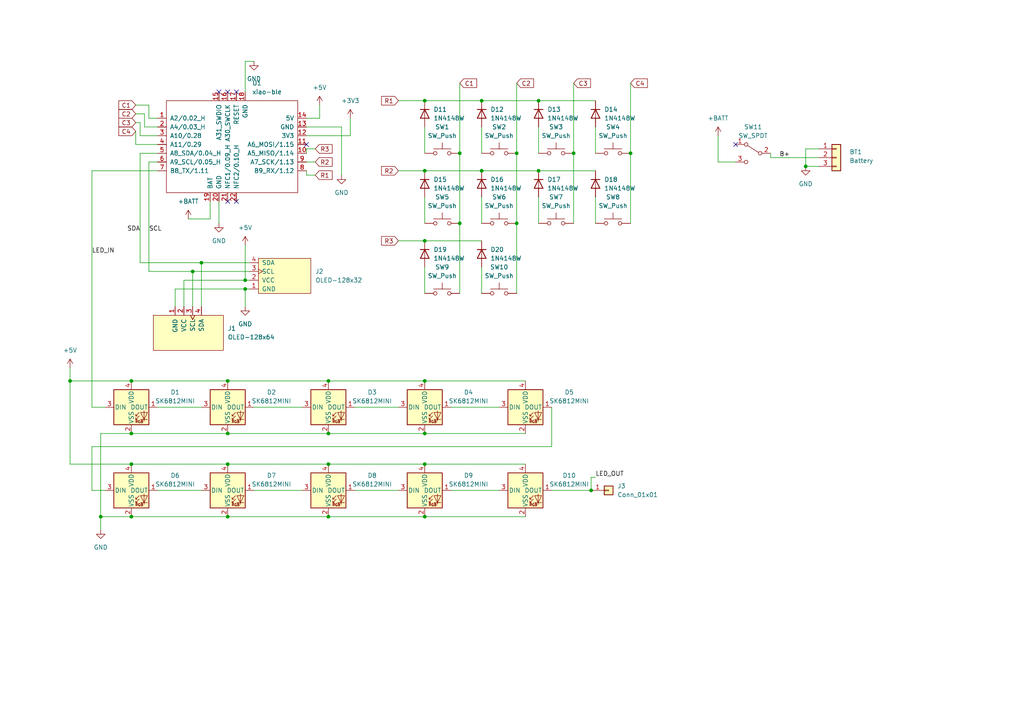
<source format=kicad_sch>
(kicad_sch (version 20211123) (generator eeschema)
  (paper "A4")
  (title_block (title "Epsilon") (date "2023-01-13") (rev "1.0") (company "DeltaWhy"))
  (lib_symbols
    (symbol "Connector_Generic:Conn_01x01" (pin_names (offset 1.016) hide)
      (property "Reference" "J" (at 0 2.54 0))
      (property "Value" "Conn_01x01" (at 0 -2.54 0))
      (symbol "Conn_01x01_1_1"
        (rectangle (start -1.27 0.127) (end 0 -0.127) (stroke (width 0.1524)))
        (rectangle (start -1.27 1.27) (end 1.27 -1.27) (stroke (width 0.254)) (fill (type background)))
        (pin passive line (at -5.08 0 0) (length 3.81) (name "Pin_1") (number "1"))
      )
    )
    (symbol "Connector_Generic:Conn_01x03" (pin_names (offset 1.016) hide)
      (property "Reference" "J" (at 0 5.08 0))
      (property "Value" "Conn_01x03" (at 0 -5.08 0))
      (symbol "Conn_01x03_1_1"
        (rectangle (start -1.27 -2.413) (end 0 -2.667) (stroke (width 0.1524)))
        (rectangle (start -1.27 0.127) (end 0 -0.127) (stroke (width 0.1524)))
        (rectangle (start -1.27 2.667) (end 0 2.413) (stroke (width 0.1524)))
        (rectangle (start -1.27 3.81) (end 1.27 -3.81) (stroke (width 0.254)) (fill (type background)))
        (pin passive line (at -5.08 2.54 0) (length 3.81) (name "Pin_1") (number "1"))
        (pin passive line (at -5.08 0 0) (length 3.81) (name "Pin_2") (number "2"))
        (pin passive line (at -5.08 -2.54 0) (length 3.81) (name "Pin_3") (number "3"))
      )
    )
    (symbol "Diode:1N4148W" (pin_numbers hide) (pin_names hide)
      (property "Reference" "D" (at 0 2.54 0))
      (property "Value" "1N4148W" (at 0 -2.54 0))
      (symbol "1N4148W_0_1"
        (polyline (pts (xy -1.27 1.27) (xy -1.27 -1.27)) (stroke (width 0.254)))
        (polyline (pts (xy 1.27 0) (xy -1.27 0)))
        (polyline (pts (xy 1.27 1.27) (xy 1.27 -1.27) (xy -1.27 0) (xy 1.27 1.27)) (stroke (width 0.254)))
      )
      (symbol "1N4148W_1_1"
        (pin passive line (at -3.81 0 0) (length 2.54) (name "K") (number "1"))
        (pin passive line (at 3.81 0 180) (length 2.54) (name "A") (number "2"))
      )
    )
    (symbol "LED:SK6812MINI" (pin_names (offset 0.254))
      (property "Reference" "D" (at 5.08 5.715 0))
      (property "Value" "SK6812MINI" (at 1.27 -5.715 0))
      (symbol "SK6812MINI_0_0"
        (text "RGB" (at 2.286 -4.191 0) (effects (font (size 0.762 0.762))))
      )
      (symbol "SK6812MINI_0_1"
        (polyline (pts (xy 1.27 -3.556) (xy 1.778 -3.556)))
        (polyline (pts (xy 1.27 -2.54) (xy 1.778 -2.54)))
        (polyline (pts (xy 4.699 -3.556) (xy 2.667 -3.556)))
        (polyline (pts (xy 2.286 -2.54) (xy 1.27 -3.556) (xy 1.27 -3.048)))
        (polyline (pts (xy 2.286 -1.524) (xy 1.27 -2.54) (xy 1.27 -2.032)))
        (polyline (pts (xy 3.683 -1.016) (xy 3.683 -3.556) (xy 3.683 -4.064)))
        (polyline (pts (xy 4.699 -1.524) (xy 2.667 -1.524) (xy 3.683 -3.556) (xy 4.699 -1.524)))
        (rectangle (start 5.08 5.08) (end -5.08 -5.08) (stroke (width 0.254)) (fill (type background)))
      )
      (symbol "SK6812MINI_1_1"
        (pin output line (at 7.62 0 180) (length 2.54) (name "DOUT") (number "1"))
        (pin power_in line (at 0 -7.62 90) (length 2.54) (name "VSS") (number "2"))
        (pin input line (at -7.62 0 0) (length 2.54) (name "DIN") (number "3"))
        (pin power_in line (at 0 7.62 270) (length 2.54) (name "VDD") (number "4"))
      )
    )
    (symbol "Switch:SW_Push" (pin_numbers hide) (pin_names (offset 1.016) hide)
      (property "Reference" "SW" (at 1.27 2.54 0))
      (property "Value" "SW_Push" (at 0 -1.524 0))
      (symbol "SW_Push_0_1"
        (circle (center -2.032 0) (radius 0.508))
        (polyline (pts (xy 0 1.27) (xy 0 3.048)))
        (polyline (pts (xy 2.54 1.27) (xy -2.54 1.27)))
        (circle (center 2.032 0) (radius 0.508))
        (pin passive line (at -5.08 0 0) (length 2.54) (name "1") (number "1"))
        (pin passive line (at 5.08 0 180) (length 2.54) (name "2") (number "2"))
      )
    )
    (symbol "Switch:SW_SPDT" (pin_names (offset 0) hide)
      (property "Reference" "SW" (at 0 4.318 0))
      (property "Value" "SW_SPDT" (at 0 -5.08 0))
      (symbol "SW_SPDT_0_0"
        (circle (center -2.032 0) (radius 0.508))
        (circle (center 2.032 -2.54) (radius 0.508))
      )
      (symbol "SW_SPDT_0_1"
        (polyline (pts (xy -1.524 0.254) (xy 1.651 2.286)))
        (circle (center 2.032 2.54) (radius 0.508))
      )
      (symbol "SW_SPDT_1_1"
        (pin passive line (at 5.08 2.54 180) (length 2.54) (name "A") (number "1"))
        (pin passive line (at -5.08 0 0) (length 2.54) (name "B") (number "2"))
        (pin passive line (at 5.08 -2.54 180) (length 2.54) (name "C") (number "3"))
      )
    )
    (symbol "display:OLED-128x32" (pin_names (offset 1.016))
      (property "Reference" "J" (at 0 -6.35 0))
      (property "Value" "OLED-128x32" (at 0 6.35 0))
      (symbol "OLED-128x32_0_1"
        (rectangle (start 0 5.08) (end 15.24 -5.08) (fill (type background)))
      )
      (symbol "OLED-128x32_1_1"
        (pin power_in line (at -2.54 -3.81 0) (length 2.54) (name "GND") (number "1"))
        (pin power_in line (at -2.54 -1.27 0) (length 2.54) (name "VCC") (number "2"))
        (pin input clock (at -2.54 1.27 0) (length 2.54) (name "SCL") (number "3"))
        (pin bidirectional line (at -2.54 3.81 0) (length 2.54) (name "SDA") (number "4"))
      )
    )
    (symbol "display:OLED-128x64" (pin_names (offset 1.016))
      (property "Reference" "J" (at 0 -11.43 0))
      (property "Value" "OLED-128x64" (at 0 -7.62 0))
      (symbol "OLED-128x64_0_1"
        (rectangle (start 10.16 -10.16) (end -10.16 0) (fill (type background)))
      )
      (symbol "OLED-128x64_1_1"
        (pin power_in line (at -3.81 2.54 270) (length 2.54) (name "GND") (number "1"))
        (pin power_in line (at -1.27 2.54 270) (length 2.54) (name "VCC") (number "2"))
        (pin input clock (at 1.27 2.54 270) (length 2.54) (name "SCL") (number "3"))
        (pin bidirectional line (at 3.81 2.54 270) (length 2.54) (name "SDA") (number "4"))
      )
    )
    (symbol "mcu:xiao-ble" (pin_names (offset 1.016))
      (property "Reference" "U" (at -17.78 16.51 0))
      (property "Value" "xiao-ble" (at -15.24 13.97 0))
      (symbol "xiao-ble_0_1"
        (rectangle (start -19.05 12.7) (end 19.05 -13.97))
      )
      (symbol "xiao-ble_1_1"
        (pin bidirectional line (at -21.59 7.62 0) (length 2.54) (name "A2/0.02_H") (number "1"))
        (pin bidirectional line (at 21.59 -2.54 180) (length 2.54) (name "A5_MISO/1.14") (number "10"))
        (pin bidirectional line (at 21.59 0 180) (length 2.54) (name "A6_MOSI/1.15") (number "11"))
        (pin power_out line (at 21.59 2.54 180) (length 2.54) (name "3V3") (number "12"))
        (pin power_out line (at 21.59 5.08 180) (length 2.54) (name "GND") (number "13"))
        (pin power_out line (at 21.59 7.62 180) (length 2.54) (name "5V") (number "14"))
        (pin input line (at -3.81 15.24 270) (length 2.54) (name "A31_SWDIO") (number "15"))
        (pin input line (at -1.27 15.24 270) (length 2.54) (name "A30_SWCLK") (number "16"))
        (pin input line (at 1.27 15.24 270) (length 2.54) (name "RESET") (number "17"))
        (pin power_out line (at 3.81 15.24 270) (length 2.54) (name "GND") (number "18"))
        (pin bidirectional line (at -6.35 -16.51 90) (length 2.54) (name "BAT") (number "19"))
        (pin bidirectional line (at -21.59 5.08 0) (length 2.54) (name "A4/0.03_H") (number "2"))
        (pin power_out line (at -3.81 -16.51 90) (length 2.54) (name "GND") (number "20"))
        (pin bidirectional line (at -1.27 -16.51 90) (length 2.54) (name "NFC1/0.09_H") (number "21"))
        (pin bidirectional line (at 1.27 -16.51 90) (length 2.54) (name "NFC2/0.10_H") (number "22"))
        (pin bidirectional line (at -21.59 2.54 0) (length 2.54) (name "A10/0.28") (number "3"))
        (pin bidirectional line (at -21.59 0 0) (length 2.54) (name "A11/0.29") (number "4"))
        (pin bidirectional line (at -21.59 -2.54 0) (length 2.54) (name "A8_SDA/0.04_H") (number "5"))
        (pin bidirectional line (at -21.59 -5.08 0) (length 2.54) (name "A9_SCL/0.05_H") (number "6"))
        (pin bidirectional line (at -21.59 -7.62 0) (length 2.54) (name "B8_TX/1.11") (number "7"))
        (pin bidirectional line (at 21.59 -7.62 180) (length 2.54) (name "B9_RX/1.12") (number "8"))
        (pin bidirectional line (at 21.59 -5.08 180) (length 2.54) (name "A7_SCK/1.13") (number "9"))
      )
    )
    (symbol "power:+3V3" (power) (pin_names (offset 0))
      (property "Value" "+3V3" (at 0 3.556 0))
      (symbol "+3V3_0_1"
        (polyline (pts (xy -0.762 1.27) (xy 0 2.54)))
        (polyline (pts (xy 0 0) (xy 0 2.54)))
        (polyline (pts (xy 0 2.54) (xy 0.762 1.27)))
      )
      (symbol "+3V3_1_1"
        (pin power_in line (at 0 0 90) (length 0) hide (name "+3V3") (number "1"))
      )
    )
    (symbol "power:+5V" (power) (pin_names (offset 0))
      (property "Value" "+5V" (at 0 3.556 0))
      (symbol "+5V_0_1"
        (polyline (pts (xy -0.762 1.27) (xy 0 2.54)))
        (polyline (pts (xy 0 0) (xy 0 2.54)))
        (polyline (pts (xy 0 2.54) (xy 0.762 1.27)))
      )
      (symbol "+5V_1_1"
        (pin power_in line (at 0 0 90) (length 0) hide (name "+5V") (number "1"))
      )
    )
    (symbol "power:+BATT" (power) (pin_names (offset 0))
      (property "Value" "+BATT" (at 0 3.556 0))
      (symbol "+BATT_0_1"
        (polyline (pts (xy -0.762 1.27) (xy 0 2.54)))
        (polyline (pts (xy 0 0) (xy 0 2.54)))
        (polyline (pts (xy 0 2.54) (xy 0.762 1.27)))
      )
      (symbol "+BATT_1_1"
        (pin power_in line (at 0 0 90) (length 0) hide (name "+BATT") (number "1"))
      )
    )
    (symbol "power:GND" (power) (pin_names (offset 0))
      (property "Value" "GND" (at 0 -3.81 0))
      (symbol "GND_0_1"
        (polyline (pts (xy 0 0) (xy 0 -1.27) (xy 1.27 -1.27) (xy 0 -2.54) (xy -1.27 -1.27) (xy 0 -1.27)))
      )
      (symbol "GND_1_1"
        (pin power_in line (at 0 0 270) (length 0) hide (name "GND") (number "1"))
      )
    )
  )
  (junction (at 71.12 81.28))
  (junction (at 95.25 110.49))
  (junction (at 38.1 149.86))
  (junction (at 133.35 64.77))
  (junction (at 20.32 110.49))
  (junction (at 66.04 134.62))
  (junction (at 233.68 48.26))
  (junction (at 139.7 49.53))
  (junction (at 139.7 29.21))
  (junction (at 123.19 149.86))
  (junction (at 149.86 64.77))
  (junction (at 182.88 44.45))
  (junction (at 71.12 83.82))
  (junction (at 38.1 110.49))
  (junction (at 29.21 149.86))
  (junction (at 123.19 29.21))
  (junction (at 156.21 29.21))
  (junction (at 58.42 76.2))
  (junction (at 123.19 49.53))
  (junction (at 149.86 44.45))
  (junction (at 66.04 125.73))
  (junction (at 156.21 49.53))
  (junction (at 123.19 125.73))
  (junction (at 133.35 44.45))
  (junction (at 171.45 142.24))
  (junction (at 166.37 44.45))
  (junction (at 95.25 134.62))
  (junction (at 38.1 125.73))
  (junction (at 95.25 149.86))
  (junction (at 123.19 134.62))
  (junction (at 95.25 125.73))
  (junction (at 55.88 78.74))
  (junction (at 66.04 110.49))
  (junction (at 66.04 149.86))
  (junction (at 123.19 69.85))
  (junction (at 38.1 134.62))
  (junction (at 123.19 110.49))
  (no_connect (at 66.04 26.67))
  (no_connect (at 68.58 58.42))
  (no_connect (at 66.04 58.42))
  (no_connect (at 63.5 26.67))
  (no_connect (at 68.58 26.67))
  (no_connect (at 213.36 41.91))
  (no_connect (at 88.9 41.91))
  (wire (pts (xy 92.71 34.29) (xy 88.9 34.29)))
  (wire (pts (xy 95.25 149.86) (xy 123.19 149.86)))
  (wire (pts (xy 66.04 134.62) (xy 95.25 134.62)))
  (wire (pts (xy 71.12 81.28) (xy 53.34 81.28)))
  (wire (pts (xy 38.1 125.73) (xy 66.04 125.73)))
  (wire (pts (xy 123.19 110.49) (xy 152.4 110.49)))
  (wire (pts (xy 29.21 125.73) (xy 29.21 149.86)))
  (wire (pts (xy 115.57 49.53) (xy 123.19 49.53)))
  (wire (pts (xy 223.52 45.72) (xy 237.49 45.72)))
  (wire (pts (xy 182.88 44.45) (xy 182.88 64.77)))
  (wire (pts (xy 172.72 138.43) (xy 171.45 138.43)))
  (wire (pts (xy 45.72 118.11) (xy 58.42 118.11)))
  (wire (pts (xy 45.72 41.91) (xy 39.37 41.91)))
  (wire (pts (xy 123.19 36.83) (xy 123.19 44.45)))
  (wire (pts (xy 38.1 125.73) (xy 29.21 125.73)))
  (wire (pts (xy 29.21 149.86) (xy 38.1 149.86)))
  (wire (pts (xy 160.02 118.11) (xy 160.02 129.54)))
  (wire (pts (xy 55.88 78.74) (xy 72.39 78.74)))
  (wire (pts (xy 41.91 33.02) (xy 39.37 33.02)))
  (wire (pts (xy 156.21 57.15) (xy 156.21 64.77)))
  (wire (pts (xy 139.7 49.53) (xy 156.21 49.53)))
  (wire (pts (xy 53.34 81.28) (xy 53.34 88.9)))
  (wire (pts (xy 123.19 49.53) (xy 139.7 49.53)))
  (wire (pts (xy 20.32 110.49) (xy 20.32 134.62)))
  (wire (pts (xy 123.19 77.47) (xy 123.19 85.09)))
  (wire (pts (xy 45.72 142.24) (xy 58.42 142.24)))
  (wire (pts (xy 133.35 24.13) (xy 133.35 44.45)))
  (wire (pts (xy 72.39 76.2) (xy 58.42 76.2)))
  (wire (pts (xy 182.88 24.13) (xy 182.88 44.45)))
  (wire (pts (xy 171.45 138.43) (xy 171.45 142.24)))
  (wire (pts (xy 95.25 110.49) (xy 123.19 110.49)))
  (wire (pts (xy 102.87 118.11) (xy 115.57 118.11)))
  (wire (pts (xy 123.19 57.15) (xy 123.19 64.77)))
  (wire (pts (xy 139.7 36.83) (xy 139.7 44.45)))
  (wire (pts (xy 72.39 81.28) (xy 71.12 81.28)))
  (wire (pts (xy 26.67 118.11) (xy 26.67 49.53)))
  (wire (pts (xy 71.12 83.82) (xy 50.8 83.82)))
  (wire (pts (xy 139.7 57.15) (xy 139.7 64.77)))
  (wire (pts (xy 60.96 63.5) (xy 54.61 63.5)))
  (wire (pts (xy 208.28 46.99) (xy 213.36 46.99)))
  (wire (pts (xy 73.66 142.24) (xy 87.63 142.24)))
  (wire (pts (xy 29.21 149.86) (xy 29.21 153.67)))
  (wire (pts (xy 88.9 43.18) (xy 88.9 44.45)))
  (wire (pts (xy 55.88 88.9) (xy 55.88 78.74)))
  (wire (pts (xy 40.64 35.56) (xy 40.64 39.37)))
  (wire (pts (xy 237.49 43.18) (xy 233.68 43.18)))
  (wire (pts (xy 88.9 46.99) (xy 91.44 46.99)))
  (wire (pts (xy 43.18 46.99) (xy 43.18 78.74)))
  (wire (pts (xy 123.19 125.73) (xy 152.4 125.73)))
  (wire (pts (xy 41.91 36.83) (xy 41.91 33.02)))
  (wire (pts (xy 160.02 129.54) (xy 26.67 129.54)))
  (wire (pts (xy 72.39 83.82) (xy 71.12 83.82)))
  (wire (pts (xy 40.64 76.2) (xy 58.42 76.2)))
  (wire (pts (xy 133.35 44.45) (xy 133.35 64.77)))
  (wire (pts (xy 101.6 39.37) (xy 101.6 34.29)))
  (wire (pts (xy 66.04 110.49) (xy 95.25 110.49)))
  (wire (pts (xy 172.72 57.15) (xy 172.72 64.77)))
  (wire (pts (xy 50.8 83.82) (xy 50.8 88.9)))
  (wire (pts (xy 115.57 29.21) (xy 123.19 29.21)))
  (wire (pts (xy 20.32 106.68) (xy 20.32 110.49)))
  (wire (pts (xy 26.67 49.53) (xy 45.72 49.53)))
  (wire (pts (xy 38.1 110.49) (xy 66.04 110.49)))
  (wire (pts (xy 156.21 36.83) (xy 156.21 44.45)))
  (wire (pts (xy 149.86 44.45) (xy 149.86 64.77)))
  (wire (pts (xy 71.12 17.78) (xy 71.12 26.67)))
  (wire (pts (xy 71.12 83.82) (xy 71.12 88.9)))
  (wire (pts (xy 92.71 30.48) (xy 92.71 34.29)))
  (wire (pts (xy 156.21 49.53) (xy 172.72 49.53)))
  (wire (pts (xy 156.21 29.21) (xy 172.72 29.21)))
  (wire (pts (xy 58.42 76.2) (xy 58.42 88.9)))
  (wire (pts (xy 39.37 41.91) (xy 39.37 38.1)))
  (wire (pts (xy 102.87 142.24) (xy 115.57 142.24)))
  (wire (pts (xy 166.37 44.45) (xy 166.37 64.77)))
  (wire (pts (xy 45.72 44.45) (xy 40.64 44.45)))
  (wire (pts (xy 149.86 64.77) (xy 149.86 85.09)))
  (wire (pts (xy 160.02 142.24) (xy 171.45 142.24)))
  (wire (pts (xy 223.52 45.72) (xy 223.52 44.45)))
  (wire (pts (xy 172.72 36.83) (xy 172.72 44.45)))
  (wire (pts (xy 99.06 36.83) (xy 99.06 50.8)))
  (wire (pts (xy 133.35 64.77) (xy 133.35 85.09)))
  (wire (pts (xy 60.96 58.42) (xy 60.96 63.5)))
  (wire (pts (xy 115.57 69.85) (xy 123.19 69.85)))
  (wire (pts (xy 166.37 24.13) (xy 166.37 44.45)))
  (wire (pts (xy 88.9 39.37) (xy 101.6 39.37)))
  (wire (pts (xy 233.68 48.26) (xy 237.49 48.26)))
  (wire (pts (xy 95.25 125.73) (xy 123.19 125.73)))
  (wire (pts (xy 95.25 134.62) (xy 123.19 134.62)))
  (wire (pts (xy 88.9 50.8) (xy 91.44 50.8)))
  (wire (pts (xy 130.81 142.24) (xy 144.78 142.24)))
  (wire (pts (xy 123.19 69.85) (xy 139.7 69.85)))
  (wire (pts (xy 38.1 149.86) (xy 66.04 149.86)))
  (wire (pts (xy 149.86 24.13) (xy 149.86 44.45)))
  (wire (pts (xy 73.66 17.78) (xy 71.12 17.78)))
  (wire (pts (xy 123.19 134.62) (xy 152.4 134.62)))
  (wire (pts (xy 66.04 125.73) (xy 95.25 125.73)))
  (wire (pts (xy 88.9 36.83) (xy 99.06 36.83)))
  (wire (pts (xy 40.64 44.45) (xy 40.64 76.2)))
  (wire (pts (xy 139.7 29.21) (xy 156.21 29.21)))
  (wire (pts (xy 40.64 39.37) (xy 45.72 39.37)))
  (wire (pts (xy 45.72 46.99) (xy 43.18 46.99)))
  (wire (pts (xy 123.19 149.86) (xy 152.4 149.86)))
  (wire (pts (xy 233.68 43.18) (xy 233.68 48.26)))
  (wire (pts (xy 88.9 49.53) (xy 88.9 50.8)))
  (wire (pts (xy 39.37 30.48) (xy 43.18 30.48)))
  (wire (pts (xy 20.32 110.49) (xy 38.1 110.49)))
  (wire (pts (xy 130.81 118.11) (xy 144.78 118.11)))
  (wire (pts (xy 123.19 29.21) (xy 139.7 29.21)))
  (wire (pts (xy 73.66 118.11) (xy 87.63 118.11)))
  (wire (pts (xy 43.18 30.48) (xy 43.18 34.29)))
  (wire (pts (xy 38.1 134.62) (xy 66.04 134.62)))
  (wire (pts (xy 208.28 39.37) (xy 208.28 46.99)))
  (wire (pts (xy 39.37 35.56) (xy 40.64 35.56)))
  (wire (pts (xy 43.18 78.74) (xy 55.88 78.74)))
  (wire (pts (xy 91.44 43.18) (xy 88.9 43.18)))
  (wire (pts (xy 71.12 71.12) (xy 71.12 81.28)))
  (wire (pts (xy 26.67 142.24) (xy 30.48 142.24)))
  (wire (pts (xy 26.67 118.11) (xy 30.48 118.11)))
  (wire (pts (xy 20.32 134.62) (xy 38.1 134.62)))
  (wire (pts (xy 43.18 34.29) (xy 45.72 34.29)))
  (wire (pts (xy 45.72 36.83) (xy 41.91 36.83)))
  (wire (pts (xy 139.7 77.47) (xy 139.7 85.09)))
  (wire (pts (xy 26.67 129.54) (xy 26.67 142.24)))
  (wire (pts (xy 63.5 58.42) (xy 63.5 64.77)))
  (wire (pts (xy 66.04 149.86) (xy 95.25 149.86)))
  (label "LED_OUT" (at 172.72 138.43 0))
  (label "SDA" (at 40.64 67.31 180))
  (label "SCL" (at 43.18 67.31 0))
  (label "B+" (at 226.06 45.72 0))
  (label "LED_IN" (at 26.67 73.66 0))
  (global_label "C1" (shape input) (at 133.35 24.13 0) (property "Intersheet References" "${INTERSHEET_REFS}" (effects hide)))
  (global_label "R2" (shape input) (at 91.44 46.99 0) (property "Intersheet References" "${INTERSHEET_REFS}" (effects hide)))
  (global_label "C4" (shape input) (at 182.88 24.13 0) (property "Intersheet References" "${INTERSHEET_REFS}" (effects hide)))
  (global_label "R2" (shape input) (at 115.57 49.53 180) (property "Intersheet References" "${INTERSHEET_REFS}" (effects hide)))
  (global_label "R3" (shape input) (at 115.57 69.85 180) (property "Intersheet References" "${INTERSHEET_REFS}" (effects hide)))
  (global_label "C2" (shape input) (at 149.86 24.13 0) (property "Intersheet References" "${INTERSHEET_REFS}" (effects hide)))
  (global_label "C4" (shape input) (at 39.37 38.1 180) (property "Intersheet References" "${INTERSHEET_REFS}" (effects hide)))
  (global_label "C1" (shape input) (at 39.37 30.48 180) (property "Intersheet References" "${INTERSHEET_REFS}" (effects hide)))
  (global_label "C3" (shape input) (at 39.37 35.56 180) (property "Intersheet References" "${INTERSHEET_REFS}" (effects hide)))
  (global_label "R1" (shape input) (at 115.57 29.21 180) (property "Intersheet References" "${INTERSHEET_REFS}" (effects hide)))
  (global_label "R1" (shape input) (at 91.44 50.8 0) (property "Intersheet References" "${INTERSHEET_REFS}" (effects hide)))
  (global_label "C3" (shape input) (at 166.37 24.13 0) (property "Intersheet References" "${INTERSHEET_REFS}" (effects hide)))
  (global_label "C2" (shape input) (at 39.37 33.02 180) (property "Intersheet References" "${INTERSHEET_REFS}" (effects hide)))
  (global_label "R3" (shape input) (at 91.44 43.18 0) (property "Intersheet References" "${INTERSHEET_REFS}" (effects hide)))
  (symbol (lib_id "LED:SK6812MINI") (at 66.04 118.11 0) (unit 1)
    (property "Reference" "D2" (at 78.74 113.7793 0))
    (property "Value" "SK6812MINI" (at 78.74 116.3193 0))
    (property "Footprint" "Keebio-Parts:SK6812-MINI-E" (effects hide))
    (property "Datasheet" "https://cdn-shop.adafruit.com/product-files/2686/SK6812MINI_REV.01-1-2.pdf" (effects hide))
  )
  (symbol (lib_id "LED:SK6812MINI") (at 123.19 142.24 0) (unit 1)
    (property "Reference" "D9" (at 135.89 137.9093 0))
    (property "Value" "SK6812MINI" (at 135.89 140.4493 0))
    (property "Footprint" "Keebio-Parts:SK6812-MINI-E" (effects hide))
    (property "Datasheet" "https://cdn-shop.adafruit.com/product-files/2686/SK6812MINI_REV.01-1-2.pdf" (effects hide))
  )
  (symbol (lib_id "Diode:1N4148W") (at 123.19 33.02 270) (unit 1)
    (property "Reference" "D11" (at 125.73 31.7499 90) (effects (justify left)))
    (property "Value" "1N4148W" (at 125.73 34.2899 90) (effects (justify left)))
    (property "Footprint" "Diode_SMD:D_SOD-123" (effects hide))
    (property "Datasheet" "https://www.vishay.com/docs/85748/1n4148w.pdf" (effects hide))
  )
  (symbol (lib_id "Diode:1N4148W") (at 172.72 33.02 270) (unit 1)
    (property "Reference" "D14" (at 175.26 31.7499 90) (effects (justify left)))
    (property "Value" "1N4148W" (at 175.26 34.2899 90) (effects (justify left)))
    (property "Footprint" "Diode_SMD:D_SOD-123" (effects hide))
    (property "Datasheet" "https://www.vishay.com/docs/85748/1n4148w.pdf" (effects hide))
  )
  (symbol (lib_id "Diode:1N4148W") (at 172.72 53.34 270) (unit 1)
    (property "Reference" "D18" (at 175.26 52.0699 90) (effects (justify left)))
    (property "Value" "1N4148W" (at 175.26 54.6099 90) (effects (justify left)))
    (property "Footprint" "Diode_SMD:D_SOD-123" (effects hide))
    (property "Datasheet" "https://www.vishay.com/docs/85748/1n4148w.pdf" (effects hide))
  )
  (symbol (lib_id "Switch:SW_Push") (at 128.27 44.45 0) (unit 1)
    (property "Reference" "SW1" (at 128.27 36.83 0))
    (property "Value" "SW_Push" (at 128.27 39.37 0))
    (property "Footprint" "pg1350:pg1350-H" (effects hide))
  )
  (symbol (lib_id "Diode:1N4148W") (at 139.7 73.66 270) (unit 1)
    (property "Reference" "D20" (at 142.24 72.3899 90) (effects (justify left)))
    (property "Value" "1N4148W" (at 142.24 74.9299 90) (effects (justify left)))
    (property "Footprint" "Diode_SMD:D_SOD-123" (effects hide))
    (property "Datasheet" "https://www.vishay.com/docs/85748/1n4148w.pdf" (effects hide))
  )
  (symbol (lib_id "Switch:SW_Push") (at 128.27 85.09 0) (unit 1)
    (property "Reference" "SW9" (at 128.27 77.47 0))
    (property "Value" "SW_Push" (at 128.27 80.01 0))
    (property "Footprint" "pg1350:pg1350-H" (effects hide))
  )
  (symbol (lib_id "power:+5V") (at 71.12 71.12 0) (unit 1)
    (property "Reference" "#PWR0108" (effects hide))
    (property "Value" "+5V" (at 71.12 66.04 0))
  )
  (symbol (lib_id "Diode:1N4148W") (at 156.21 33.02 270) (unit 1)
    (property "Reference" "D13" (at 158.75 31.7499 90) (effects (justify left)))
    (property "Value" "1N4148W" (at 158.75 34.2899 90) (effects (justify left)))
    (property "Footprint" "Diode_SMD:D_SOD-123" (effects hide))
    (property "Datasheet" "https://www.vishay.com/docs/85748/1n4148w.pdf" (effects hide))
  )
  (symbol (lib_id "Diode:1N4148W") (at 156.21 53.34 270) (unit 1)
    (property "Reference" "D17" (at 158.75 52.0699 90) (effects (justify left)))
    (property "Value" "1N4148W" (at 158.75 54.6099 90) (effects (justify left)))
    (property "Footprint" "Diode_SMD:D_SOD-123" (effects hide))
    (property "Datasheet" "https://www.vishay.com/docs/85748/1n4148w.pdf" (effects hide))
  )
  (symbol (lib_id "power:+3V3") (at 101.6 34.29 0) (unit 1)
    (property "Reference" "#PWR0107" (effects hide))
    (property "Value" "+3V3" (at 101.6 29.21 0))
  )
  (symbol (lib_id "Switch:SW_Push") (at 144.78 44.45 0) (unit 1)
    (property "Reference" "SW2" (at 144.78 36.83 0))
    (property "Value" "SW_Push" (at 144.78 39.37 0))
    (property "Footprint" "pg1350:pg1350-H" (effects hide))
  )
  (symbol (lib_id "LED:SK6812MINI") (at 152.4 142.24 0) (unit 1)
    (property "Reference" "D10" (at 165.1 137.9093 0))
    (property "Value" "SK6812MINI" (at 165.1 140.4493 0))
    (property "Footprint" "Keebio-Parts:SK6812-MINI-E" (effects hide))
    (property "Datasheet" "https://cdn-shop.adafruit.com/product-files/2686/SK6812MINI_REV.01-1-2.pdf" (effects hide))
  )
  (symbol (lib_id "LED:SK6812MINI") (at 38.1 118.11 0) (unit 1)
    (property "Reference" "D1" (at 50.8 113.7793 0))
    (property "Value" "SK6812MINI" (at 50.8 116.3193 0))
    (property "Footprint" "Keebio-Parts:SK6812-MINI-E" (effects hide))
    (property "Datasheet" "https://cdn-shop.adafruit.com/product-files/2686/SK6812MINI_REV.01-1-2.pdf" (effects hide))
  )
  (symbol (lib_id "power:GND") (at 99.06 50.8 0) (unit 1)
    (property "Reference" "#PWR0103" (effects hide))
    (property "Value" "GND" (at 99.06 55.88 0))
  )
  (symbol (lib_id "Switch:SW_Push") (at 144.78 64.77 0) (unit 1)
    (property "Reference" "SW6" (at 144.78 57.15 0))
    (property "Value" "SW_Push" (at 144.78 59.69 0))
    (property "Footprint" "pg1350:pg1350-H" (effects hide))
  )
  (symbol (lib_id "Connector_Generic:Conn_01x01") (at 176.53 142.24 0) (unit 1)
    (property "Reference" "J3" (at 179.07 140.9699 0) (effects (justify left)))
    (property "Value" "Conn_01x01" (at 179.07 143.5099 0) (effects (justify left)))
  )
  (symbol (lib_id "power:GND") (at 71.12 88.9 0) (unit 1)
    (property "Reference" "#PWR0111" (effects hide))
    (property "Value" "GND" (at 71.12 93.98 0))
  )
  (symbol (lib_id "Diode:1N4148W") (at 123.19 53.34 270) (unit 1)
    (property "Reference" "D15" (at 125.73 52.0699 90) (effects (justify left)))
    (property "Value" "1N4148W" (at 125.73 54.6099 90) (effects (justify left)))
    (property "Footprint" "Diode_SMD:D_SOD-123" (effects hide))
    (property "Datasheet" "https://www.vishay.com/docs/85748/1n4148w.pdf" (effects hide))
  )
  (symbol (lib_id "power:GND") (at 63.5 64.77 0) (unit 1)
    (property "Reference" "#PWR0109" (effects hide))
    (property "Value" "GND" (at 63.5 69.85 0))
  )
  (symbol (lib_id "Diode:1N4148W") (at 139.7 53.34 270) (unit 1)
    (property "Reference" "D16" (at 142.24 52.0699 90) (effects (justify left)))
    (property "Value" "1N4148W" (at 142.24 54.6099 90) (effects (justify left)))
    (property "Footprint" "Diode_SMD:D_SOD-123" (effects hide))
    (property "Datasheet" "https://www.vishay.com/docs/85748/1n4148w.pdf" (effects hide))
  )
  (symbol (lib_id "Switch:SW_Push") (at 177.8 44.45 0) (unit 1)
    (property "Reference" "SW4" (at 177.8 36.83 0))
    (property "Value" "SW_Push" (at 177.8 39.37 0))
    (property "Footprint" "pg1350:pg1350-H" (effects hide))
  )
  (symbol (lib_id "power:GND") (at 29.21 153.67 0) (unit 1)
    (property "Reference" "#PWR0110" (effects hide))
    (property "Value" "GND" (at 29.21 158.75 0))
  )
  (symbol (lib_id "display:OLED-128x32") (at 74.93 80.01 0) (unit 1)
    (property "Reference" "J2" (at 91.44 78.7399 0) (effects (justify left)))
    (property "Value" "OLED-128x32" (at 91.44 81.2799 0) (effects (justify left)))
    (property "Footprint" "display:OLED-128x32-cutout" (effects hide))
  )
  (symbol (lib_id "mcu:xiao-ble") (at 67.31 41.91 0) (unit 1)
    (property "Reference" "U1" (at 73.1394 24.13 0) (effects (justify left)))
    (property "Value" "xiao-ble" (at 73.1394 26.67 0) (effects (justify left)))
    (property "Footprint" "mcu:xiao-ble-tht" (effects hide))
  )
  (symbol (lib_id "Switch:SW_SPDT") (at 218.44 44.45 0) (mirror y) (unit 1)
    (property "Reference" "SW11" (at 218.44 36.83 0))
    (property "Value" "SW_SPDT" (at 218.44 39.37 0))
    (property "Footprint" "Button_Switch_THT:SW_Slide_1P2T_CK_OS102011MS2Q" (effects hide))
  )
  (symbol (lib_id "power:GND") (at 233.68 48.26 0) (unit 1)
    (property "Reference" "#PWR0102" (effects hide))
    (property "Value" "GND" (at 233.68 53.34 0))
  )
  (symbol (lib_id "display:OLED-128x64") (at 54.61 91.44 0) (unit 1)
    (property "Reference" "J1" (at 66.04 95.2499 0) (effects (justify left)))
    (property "Value" "OLED-128x64" (at 66.04 97.7899 0) (effects (justify left)))
    (property "Footprint" "display:OLED-128x64" (effects hide))
  )
  (symbol (lib_id "LED:SK6812MINI") (at 38.1 142.24 0) (unit 1)
    (property "Reference" "D6" (at 50.8 137.9093 0))
    (property "Value" "SK6812MINI" (at 50.8 140.4493 0))
    (property "Footprint" "Keebio-Parts:SK6812-MINI-E" (effects hide))
    (property "Datasheet" "https://cdn-shop.adafruit.com/product-files/2686/SK6812MINI_REV.01-1-2.pdf" (effects hide))
  )
  (symbol (lib_id "Switch:SW_Push") (at 161.29 44.45 0) (unit 1)
    (property "Reference" "SW3" (at 161.29 36.83 0))
    (property "Value" "SW_Push" (at 161.29 39.37 0))
    (property "Footprint" "pg1350:pg1350-H" (effects hide))
  )
  (symbol (lib_id "LED:SK6812MINI") (at 66.04 142.24 0) (unit 1)
    (property "Reference" "D7" (at 78.74 137.9093 0))
    (property "Value" "SK6812MINI" (at 78.74 140.4493 0))
    (property "Footprint" "Keebio-Parts:SK6812-MINI-E" (effects hide))
    (property "Datasheet" "https://cdn-shop.adafruit.com/product-files/2686/SK6812MINI_REV.01-1-2.pdf" (effects hide))
  )
  (symbol (lib_id "Switch:SW_Push") (at 161.29 64.77 0) (unit 1)
    (property "Reference" "SW7" (at 161.29 57.15 0))
    (property "Value" "SW_Push" (at 161.29 59.69 0))
    (property "Footprint" "pg1350:pg1350-H" (effects hide))
  )
  (symbol (lib_id "Diode:1N4148W") (at 139.7 33.02 270) (unit 1)
    (property "Reference" "D12" (at 142.24 31.7499 90) (effects (justify left)))
    (property "Value" "1N4148W" (at 142.24 34.2899 90) (effects (justify left)))
    (property "Footprint" "Diode_SMD:D_SOD-123" (effects hide))
    (property "Datasheet" "https://www.vishay.com/docs/85748/1n4148w.pdf" (effects hide))
  )
  (symbol (lib_id "power:+BATT") (at 208.28 39.37 0) (unit 1)
    (property "Reference" "#PWR0101" (effects hide))
    (property "Value" "+BATT" (at 208.28 34.29 0))
  )
  (symbol (lib_id "Connector_Generic:Conn_01x03") (at 242.57 45.72 0) (unit 1)
    (property "Reference" "BT1" (at 246.38 44.0689 0) (effects (justify left)))
    (property "Value" "Battery" (at 246.38 46.6089 0) (effects (justify left)))
    (property "Footprint" "Connector_JST:JST_PH_S3B-PH-K_1x03_P2.00mm_Horizontal" (effects hide))
  )
  (symbol (lib_id "Switch:SW_Push") (at 144.78 85.09 0) (unit 1)
    (property "Reference" "SW10" (at 144.78 77.47 0))
    (property "Value" "SW_Push" (at 144.78 80.01 0))
    (property "Footprint" "pg1350:pg1350-H" (effects hide))
  )
  (symbol (lib_id "LED:SK6812MINI") (at 152.4 118.11 0) (unit 1)
    (property "Reference" "D5" (at 165.1 113.7793 0))
    (property "Value" "SK6812MINI" (at 165.1 116.3193 0))
    (property "Footprint" "Keebio-Parts:SK6812-MINI-E" (effects hide))
    (property "Datasheet" "https://cdn-shop.adafruit.com/product-files/2686/SK6812MINI_REV.01-1-2.pdf" (effects hide))
  )
  (symbol (lib_id "power:GND") (at 73.66 17.78 0) (unit 1)
    (property "Reference" "#PWR0105" (effects hide))
    (property "Value" "GND" (at 73.66 22.86 0))
  )
  (symbol (lib_id "power:+5V") (at 92.71 30.48 0) (unit 1)
    (property "Reference" "#PWR0106" (effects hide))
    (property "Value" "+5V" (at 92.71 25.4 0))
  )
  (symbol (lib_id "power:+BATT") (at 54.61 63.5 0) (unit 1)
    (property "Reference" "#PWR0104" (effects hide))
    (property "Value" "+BATT" (at 54.61 58.42 0))
  )
  (symbol (lib_id "Switch:SW_Push") (at 128.27 64.77 0) (unit 1)
    (property "Reference" "SW5" (at 128.27 57.15 0))
    (property "Value" "SW_Push" (at 128.27 59.69 0))
    (property "Footprint" "pg1350:pg1350-H" (effects hide))
  )
  (symbol (lib_id "LED:SK6812MINI") (at 123.19 118.11 0) (unit 1)
    (property "Reference" "D4" (at 135.89 113.7793 0))
    (property "Value" "SK6812MINI" (at 135.89 116.3193 0))
    (property "Footprint" "Keebio-Parts:SK6812-MINI-E" (effects hide))
    (property "Datasheet" "https://cdn-shop.adafruit.com/product-files/2686/SK6812MINI_REV.01-1-2.pdf" (effects hide))
  )
  (symbol (lib_id "power:+5V") (at 20.32 106.68 0) (unit 1)
    (property "Reference" "#PWR0112" (effects hide))
    (property "Value" "+5V" (at 20.32 101.6 0))
  )
  (symbol (lib_id "LED:SK6812MINI") (at 95.25 118.11 0) (unit 1)
    (property "Reference" "D3" (at 107.95 113.7793 0))
    (property "Value" "SK6812MINI" (at 107.95 116.3193 0))
    (property "Footprint" "Keebio-Parts:SK6812-MINI-E" (effects hide))
    (property "Datasheet" "https://cdn-shop.adafruit.com/product-files/2686/SK6812MINI_REV.01-1-2.pdf" (effects hide))
  )
  (symbol (lib_id "Diode:1N4148W") (at 123.19 73.66 270) (unit 1)
    (property "Reference" "D19" (at 125.73 72.3899 90) (effects (justify left)))
    (property "Value" "1N4148W" (at 125.73 74.9299 90) (effects (justify left)))
    (property "Footprint" "Diode_SMD:D_SOD-123" (effects hide))
    (property "Datasheet" "https://www.vishay.com/docs/85748/1n4148w.pdf" (effects hide))
  )
  (symbol (lib_id "LED:SK6812MINI") (at 95.25 142.24 0) (unit 1)
    (property "Reference" "D8" (at 107.95 137.9093 0))
    (property "Value" "SK6812MINI" (at 107.95 140.4493 0))
    (property "Footprint" "Keebio-Parts:SK6812-MINI-E" (effects hide))
    (property "Datasheet" "https://cdn-shop.adafruit.com/product-files/2686/SK6812MINI_REV.01-1-2.pdf" (effects hide))
  )
  (symbol (lib_id "Switch:SW_Push") (at 177.8 64.77 0) (unit 1)
    (property "Reference" "SW8" (at 177.8 57.15 0))
    (property "Value" "SW_Push" (at 177.8 59.69 0))
    (property "Footprint" "pg1350:pg1350-H" (effects hide))
  )
)
</source>
